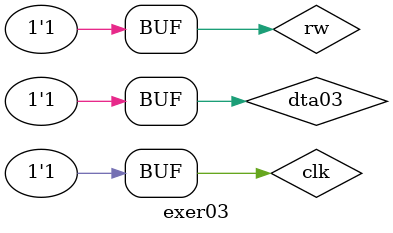
<source format=v>


module jkff ( output q, output qnot, input j, input k, input jclk ); 
	reg q, qnot; 
	always @( posedge jclk ) 
	begin 
		if ( j & ~k ) 
		begin 
		q <= 1; qnot <= 0; 
	end 
	else 
	if ( ~j & k ) 
		begin 
		q <= 0; qnot <= 1; 
		end 
	else 
		if ( j & k ) 
		begin 
		q <= ~q; qnot <= ~qnot; 
		end 
	end 
endmodule // jkff 
//--Fim FlipFlop



module exer02(input dta021,input brw,input clk01, output s);
reg dta02,rw,clk,a,b,c,clr;
wire s1, outs;

and and01(s1,dta02,rw,clk);

jkff J01(q,qnot,s1,a,jclk);
jkff J02(q,qnot,s1,a,jclk);
jkff J03(q,qnot,s1,b,jclk);
jkff J04(q,qnot,s1,c,jclk);

and and02(outs,q,dta02);

endmodule

module exer03;

reg dta03,rw,clk,inA,inB,inC,inD;
wire outA,outB,outC,outD;

exer02 ex0210(clk,inA,outA,clr);
exer02 ex0211(dta03,rw,clk,outB);
exer02 ex0212(dta03,rw,clk,outC);
exer02 ex0213(dta03,rw,clk,outD);


initial begin 
$display ( "Exercicio10 - Lorena Danielle Gonçalves Bento - 435049" );
$monitor( "%4d %4b %4b", $time, outA, dta03 ); 

dta03 = 0; 
clk = 0; 
rw = 0;
 



#1 clk = 0; dta03 = 0; rw = 1; 
#1 clk = 0; dta03 = 1; rw = 0;
#1 clk = 0; dta03 = 1; rw = 1;
#1 clk = 1; dta03 = 0; rw = 0;
#1 clk = 1; dta03 = 0; rw = 1;
#1 clk = 1; dta03 = 1; rw = 0;
#1 clk = 1; dta03 = 1; rw = 1;

end 

endmodule
</source>
